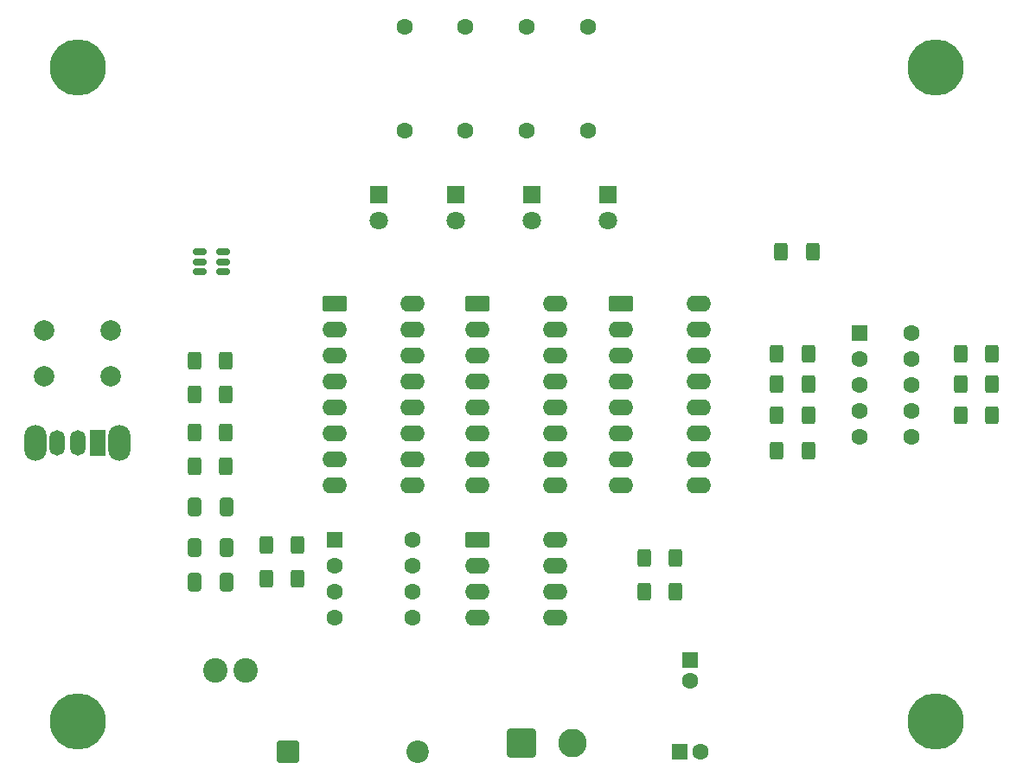
<source format=gbr>
%TF.GenerationSoftware,KiCad,Pcbnew,9.0.3*%
%TF.CreationDate,2025-12-16T09:58:44+01:00*%
%TF.ProjectId,PTP_Teo_Sencar_Project1,5054505f-5465-46f5-9f53-656e6361725f,rev?*%
%TF.SameCoordinates,Original*%
%TF.FileFunction,Soldermask,Top*%
%TF.FilePolarity,Negative*%
%FSLAX46Y46*%
G04 Gerber Fmt 4.6, Leading zero omitted, Abs format (unit mm)*
G04 Created by KiCad (PCBNEW 9.0.3) date 2025-12-16 09:58:44*
%MOMM*%
%LPD*%
G01*
G04 APERTURE LIST*
G04 Aperture macros list*
%AMRoundRect*
0 Rectangle with rounded corners*
0 $1 Rounding radius*
0 $2 $3 $4 $5 $6 $7 $8 $9 X,Y pos of 4 corners*
0 Add a 4 corners polygon primitive as box body*
4,1,4,$2,$3,$4,$5,$6,$7,$8,$9,$2,$3,0*
0 Add four circle primitives for the rounded corners*
1,1,$1+$1,$2,$3*
1,1,$1+$1,$4,$5*
1,1,$1+$1,$6,$7*
1,1,$1+$1,$8,$9*
0 Add four rect primitives between the rounded corners*
20,1,$1+$1,$2,$3,$4,$5,0*
20,1,$1+$1,$4,$5,$6,$7,0*
20,1,$1+$1,$6,$7,$8,$9,0*
20,1,$1+$1,$8,$9,$2,$3,0*%
G04 Aperture macros list end*
%ADD10O,1.500000X2.500000*%
%ADD11R,1.500000X2.500000*%
%ADD12O,2.200000X3.500000*%
%ADD13C,1.800000*%
%ADD14R,1.800000X1.800000*%
%ADD15C,2.000000*%
%ADD16RoundRect,0.250000X-0.400000X-0.625000X0.400000X-0.625000X0.400000X0.625000X-0.400000X0.625000X0*%
%ADD17C,5.500000*%
%ADD18RoundRect,0.150000X-0.512500X-0.150000X0.512500X-0.150000X0.512500X0.150000X-0.512500X0.150000X0*%
%ADD19C,1.600000*%
%ADD20RoundRect,0.250000X-0.550000X0.550000X-0.550000X-0.550000X0.550000X-0.550000X0.550000X0.550000X0*%
%ADD21RoundRect,0.250000X0.400000X0.625000X-0.400000X0.625000X-0.400000X-0.625000X0.400000X-0.625000X0*%
%ADD22RoundRect,0.250000X-0.550000X-0.550000X0.550000X-0.550000X0.550000X0.550000X-0.550000X0.550000X0*%
%ADD23RoundRect,0.250000X-0.950000X-0.550000X0.950000X-0.550000X0.950000X0.550000X-0.950000X0.550000X0*%
%ADD24O,2.400000X1.600000*%
%ADD25R,1.600000X1.600000*%
%ADD26RoundRect,0.249999X-0.850001X-0.850001X0.850001X-0.850001X0.850001X0.850001X-0.850001X0.850001X0*%
%ADD27C,2.200000*%
%ADD28RoundRect,0.250000X-0.412500X-0.650000X0.412500X-0.650000X0.412500X0.650000X-0.412500X0.650000X0*%
%ADD29RoundRect,0.250001X-1.149999X-1.149999X1.149999X-1.149999X1.149999X1.149999X-1.149999X1.149999X0*%
%ADD30C,2.800000*%
%ADD31C,2.400000*%
G04 APERTURE END LIST*
D10*
%TO.C,SW2*%
X105000000Y-95702500D03*
X107000000Y-95702500D03*
D11*
X109000000Y-95702500D03*
D12*
X102900000Y-95702500D03*
X111100000Y-95702500D03*
%TD*%
D13*
%TO.C,D3*%
X144000000Y-74000000D03*
D14*
X144000000Y-71460000D03*
%TD*%
D15*
%TO.C,SW1*%
X103750000Y-84750000D03*
X110250000Y-84750000D03*
X103750000Y-89250000D03*
X110250000Y-89250000D03*
%TD*%
D16*
%TO.C,R13*%
X118450000Y-94690000D03*
X121550000Y-94690000D03*
%TD*%
%TO.C,R8*%
X193450000Y-93000000D03*
X196550000Y-93000000D03*
%TD*%
%TO.C,R10*%
X118450000Y-91000000D03*
X121550000Y-91000000D03*
%TD*%
%TO.C,R17*%
X175450000Y-87000000D03*
X178550000Y-87000000D03*
%TD*%
D17*
%TO.C,H4*%
X191000000Y-123000000D03*
%TD*%
D18*
%TO.C,U6*%
X119000000Y-77050000D03*
X119000000Y-78000000D03*
X119000000Y-78950000D03*
X121275000Y-78950000D03*
X121275000Y-78000000D03*
X121275000Y-77050000D03*
%TD*%
D16*
%TO.C,R6*%
X193450000Y-90000000D03*
X196550000Y-90000000D03*
%TD*%
D19*
%TO.C,R3*%
X145000000Y-65160000D03*
X145000000Y-55000000D03*
%TD*%
D20*
%TO.C,C2*%
X167000000Y-117000000D03*
D19*
X167000000Y-119000000D03*
%TD*%
D16*
%TO.C,R19*%
X125450000Y-105690000D03*
X128550000Y-105690000D03*
%TD*%
D21*
%TO.C,R15*%
X179000000Y-77000000D03*
X175900000Y-77000000D03*
%TD*%
D22*
%TO.C,U7*%
X132195000Y-105190000D03*
D19*
X132195000Y-107730000D03*
X132195000Y-110270000D03*
X132195000Y-112810000D03*
X139815000Y-112810000D03*
X139815000Y-110270000D03*
X139815000Y-107730000D03*
X139815000Y-105190000D03*
%TD*%
%TO.C,R4*%
X139000000Y-65160000D03*
X139000000Y-55000000D03*
%TD*%
D23*
%TO.C,U3*%
X146190000Y-82110000D03*
D24*
X146190000Y-84650000D03*
X146190000Y-87190000D03*
X146190000Y-89730000D03*
X146190000Y-92270000D03*
X146190000Y-94810000D03*
X146190000Y-97350000D03*
X146190000Y-99890000D03*
X153810000Y-99890000D03*
X153810000Y-97350000D03*
X153810000Y-94810000D03*
X153810000Y-92270000D03*
X153810000Y-89730000D03*
X153810000Y-87190000D03*
X153810000Y-84650000D03*
X153810000Y-82110000D03*
%TD*%
D17*
%TO.C,H3*%
X191000000Y-59000000D03*
%TD*%
%TO.C,H1*%
X107000000Y-59000000D03*
%TD*%
D23*
%TO.C,U4*%
X160190000Y-82110000D03*
D24*
X160190000Y-84650000D03*
X160190000Y-87190000D03*
X160190000Y-89730000D03*
X160190000Y-92270000D03*
X160190000Y-94810000D03*
X160190000Y-97350000D03*
X160190000Y-99890000D03*
X167810000Y-99890000D03*
X167810000Y-97350000D03*
X167810000Y-94810000D03*
X167810000Y-92270000D03*
X167810000Y-89730000D03*
X167810000Y-87190000D03*
X167810000Y-84650000D03*
X167810000Y-82110000D03*
%TD*%
D23*
%TO.C,U1*%
X146190000Y-105190000D03*
D24*
X146190000Y-107730000D03*
X146190000Y-110270000D03*
X146190000Y-112810000D03*
X153810000Y-112810000D03*
X153810000Y-110270000D03*
X153810000Y-107730000D03*
X153810000Y-105190000D03*
%TD*%
D16*
%TO.C,R14*%
X175450000Y-93000000D03*
X178550000Y-93000000D03*
%TD*%
D22*
%TO.C,C1*%
X166000000Y-126000000D03*
D19*
X168000000Y-126000000D03*
%TD*%
D25*
%TO.C,U5*%
X183532500Y-84982500D03*
D19*
X183532500Y-87522500D03*
X183532500Y-90062500D03*
X183532500Y-92602500D03*
X183532500Y-95142500D03*
X188612500Y-95142500D03*
X188612500Y-92602500D03*
X188612500Y-90062500D03*
X188612500Y-87522500D03*
X188612500Y-84982500D03*
%TD*%
D14*
%TO.C,D2*%
X151470000Y-71460000D03*
D13*
X151470000Y-74000000D03*
%TD*%
D26*
%TO.C,D4*%
X127650000Y-126000000D03*
D27*
X140350000Y-126000000D03*
%TD*%
D28*
%TO.C,C3*%
X118437500Y-102000000D03*
X121562500Y-102000000D03*
%TD*%
D16*
%TO.C,R5*%
X193450000Y-87000000D03*
X196550000Y-87000000D03*
%TD*%
D28*
%TO.C,C4*%
X118437500Y-106000000D03*
X121562500Y-106000000D03*
%TD*%
D19*
%TO.C,R2*%
X151000000Y-65160000D03*
X151000000Y-55000000D03*
%TD*%
D21*
%TO.C,R11*%
X165550000Y-110310000D03*
X162450000Y-110310000D03*
%TD*%
D16*
%TO.C,R16*%
X175450000Y-96500000D03*
X178550000Y-96500000D03*
%TD*%
D17*
%TO.C,H2*%
X107000000Y-123000000D03*
%TD*%
D16*
%TO.C,R20*%
X125450000Y-109000000D03*
X128550000Y-109000000D03*
%TD*%
D21*
%TO.C,R12*%
X165550000Y-107000000D03*
X162450000Y-107000000D03*
%TD*%
D14*
%TO.C,D5*%
X136530000Y-71460000D03*
D13*
X136530000Y-74000000D03*
%TD*%
D19*
%TO.C,R1*%
X157000000Y-65160000D03*
X157000000Y-55000000D03*
%TD*%
D28*
%TO.C,C5*%
X118437500Y-109350000D03*
X121562500Y-109350000D03*
%TD*%
D16*
%TO.C,R18*%
X175450000Y-90000000D03*
X178550000Y-90000000D03*
%TD*%
D14*
%TO.C,D1*%
X158940000Y-71460000D03*
D13*
X158940000Y-74000000D03*
%TD*%
D29*
%TO.C,J1*%
X150500000Y-125117500D03*
D30*
X155500000Y-125117500D03*
%TD*%
D16*
%TO.C,R9*%
X118450000Y-87690000D03*
X121550000Y-87690000D03*
%TD*%
%TO.C,R7*%
X118450000Y-98000000D03*
X121550000Y-98000000D03*
%TD*%
D31*
%TO.C,L1*%
X123500000Y-118000000D03*
X120500000Y-118000000D03*
%TD*%
D23*
%TO.C,U2*%
X132190000Y-82110000D03*
D24*
X132190000Y-84650000D03*
X132190000Y-87190000D03*
X132190000Y-89730000D03*
X132190000Y-92270000D03*
X132190000Y-94810000D03*
X132190000Y-97350000D03*
X132190000Y-99890000D03*
X139810000Y-99890000D03*
X139810000Y-97350000D03*
X139810000Y-94810000D03*
X139810000Y-92270000D03*
X139810000Y-89730000D03*
X139810000Y-87190000D03*
X139810000Y-84650000D03*
X139810000Y-82110000D03*
%TD*%
M02*

</source>
